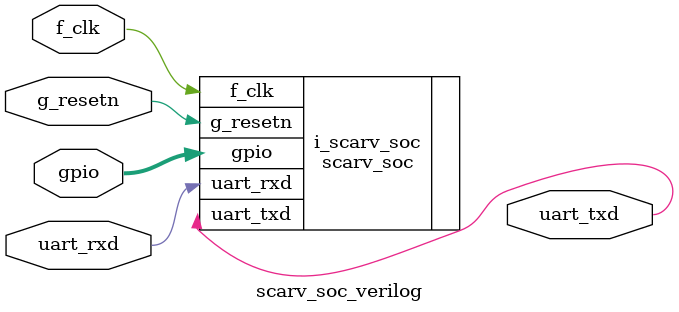
<source format=v>

module scarv_soc_verilog #(
//! Reset value for the mtimecmp memory mapped register.
parameter CCX_CPU_MTIMECMP_RESET = 64'hFFFF_FFFF_FFFF_FFFF,

//! Reset value for the program counter.
parameter CCX_CPU_PC_RESET   = 32'b0,

//! Memory initialisation file for the ROM.
parameter [255*8-1:0] CCX_ROM_INIT_FILE = "rom.hex",
parameter [255*8-1:0] CCX_RAM_INIT_FILE = "ram.hex",

parameter   UART_BIT_RATE  =    256_000, // bits / sec
parameter   UART_CLK_HZ    = 50_000_000,
parameter   UART_STOP_BITS = 1         ,

//! Number of GPIO pins.
parameter  PERIPH_GPIO_NUM = 16 
)(

input  wire             f_clk           , // Free running clock.
input  wire             g_resetn        , // Global Active low sync reset.

input  wire             uart_rxd        , // UART Recieve
output wire             uart_txd        , // UART Transmit

inout  wire [PERIPH_GPIO_NUM-1:0]   gpio  // GPIO wires

);

//
// Testbench code for Verilator
// ------------------------------------------------------------

`ifdef SCARV_SOC_VERILATOR
    assign trs_valid = cpu_trs_valid;
    assign trs_instr = cpu_trs_instr;
    assign trs_pc    = cpu_trs_pc   ;
`endif

//
// Actual SCARV SoC Instance
// ------------------------------------------------------------

scarv_soc #(
.CCX_CPU_MTIMECMP_RESET  (CCX_CPU_MTIMECMP_RESET  ),
.CCX_CPU_PC_RESET        (CCX_CPU_PC_RESET        ),
.CCX_ROM_INIT_FILE       (CCX_ROM_INIT_FILE       ),
.CCX_RAM_INIT_FILE       (CCX_RAM_INIT_FILE       ),
.UART_BIT_RATE           (UART_BIT_RATE           ),
.UART_CLK_HZ             (UART_CLK_HZ             ),
.UART_STOP_BITS          (UART_STOP_BITS          ),
.PERIPH_GPIO_NUM         (PERIPH_GPIO_NUM         )
) i_scarv_soc (
.f_clk   (f_clk   ), // Free running clock.
.g_resetn(g_resetn), // Global Active low sync reset.
.uart_rxd(uart_rxd), // UART Recieve
.uart_txd(uart_txd), // UART Transmit
.gpio    (gpio    )  // GPIO wires.
);

endmodule

</source>
